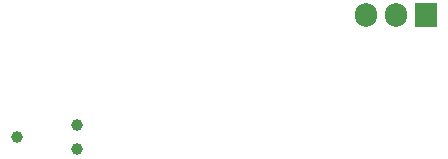
<source format=gbs>
G04 #@! TF.GenerationSoftware,KiCad,Pcbnew,(5.99.0-12439-g94954386e6)*
G04 #@! TF.CreationDate,2021-09-28T22:10:54+03:00*
G04 #@! TF.ProjectId,hellen1-wbo,68656c6c-656e-4312-9d77-626f2e6b6963,rev?*
G04 #@! TF.SameCoordinates,PX4a19ba0PY5aa5910*
G04 #@! TF.FileFunction,Soldermask,Bot*
G04 #@! TF.FilePolarity,Negative*
%FSLAX46Y46*%
G04 Gerber Fmt 4.6, Leading zero omitted, Abs format (unit mm)*
G04 Created by KiCad (PCBNEW (5.99.0-12439-g94954386e6)) date 2021-09-28 22:10:54*
%MOMM*%
%LPD*%
G01*
G04 APERTURE LIST*
%ADD10R,1.905000X2.000000*%
%ADD11O,1.905000X2.000000*%
%ADD12C,0.990600*%
G04 APERTURE END LIST*
D10*
G04 #@! TO.C,Q601*
X35740000Y13100000D03*
D11*
X33200000Y13100000D03*
X30660000Y13100000D03*
G04 #@! TD*
D12*
G04 #@! TO.C,J600*
X1060000Y2750000D03*
X6140000Y1734000D03*
X6140000Y3766000D03*
G04 #@! TD*
M02*

</source>
